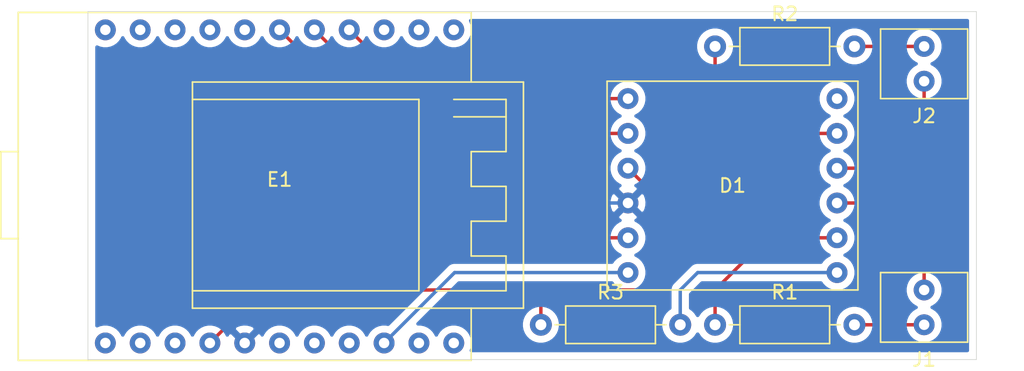
<source format=kicad_pcb>
(kicad_pcb (version 20171130) (host pcbnew 5.1.9-73d0e3b20d~88~ubuntu20.04.1)

  (general
    (thickness 1.6)
    (drawings 4)
    (tracks 34)
    (zones 0)
    (modules 7)
    (nets 31)
  )

  (page USLetter)
  (title_block
    (title "LED Light Controller")
    (date 2020-12-29)
    (rev 1)
    (company "Jonathan Ludwig")
  )

  (layers
    (0 F.Cu signal)
    (31 B.Cu signal)
    (32 B.Adhes user)
    (33 F.Adhes user)
    (34 B.Paste user)
    (35 F.Paste user)
    (36 B.SilkS user)
    (37 F.SilkS user)
    (38 B.Mask user)
    (39 F.Mask user)
    (40 Dwgs.User user)
    (41 Cmts.User user)
    (42 Eco1.User user)
    (43 Eco2.User user)
    (44 Edge.Cuts user)
    (45 Margin user)
    (46 B.CrtYd user)
    (47 F.CrtYd user)
    (48 B.Fab user)
    (49 F.Fab user)
  )

  (setup
    (last_trace_width 0.25)
    (trace_clearance 0.2)
    (zone_clearance 0.508)
    (zone_45_only no)
    (trace_min 0.2)
    (via_size 0.8)
    (via_drill 0.4)
    (via_min_size 0.4)
    (via_min_drill 0.3)
    (uvia_size 0.3)
    (uvia_drill 0.1)
    (uvias_allowed no)
    (uvia_min_size 0.2)
    (uvia_min_drill 0.1)
    (edge_width 0.05)
    (segment_width 0.2)
    (pcb_text_width 0.3)
    (pcb_text_size 1.5 1.5)
    (mod_edge_width 0.12)
    (mod_text_size 1 1)
    (mod_text_width 0.15)
    (pad_size 1.524 1.524)
    (pad_drill 0.762)
    (pad_to_mask_clearance 0)
    (aux_axis_origin 0 0)
    (visible_elements FFFFFF7F)
    (pcbplotparams
      (layerselection 0x010fc_ffffffff)
      (usegerberextensions false)
      (usegerberattributes true)
      (usegerberadvancedattributes true)
      (creategerberjobfile true)
      (excludeedgelayer true)
      (linewidth 0.100000)
      (plotframeref false)
      (viasonmask false)
      (mode 1)
      (useauxorigin false)
      (hpglpennumber 1)
      (hpglpenspeed 20)
      (hpglpendiameter 15.000000)
      (psnegative false)
      (psa4output false)
      (plotreference true)
      (plotvalue true)
      (plotinvisibletext false)
      (padsonsilk false)
      (subtractmaskfromsilk false)
      (outputformat 1)
      (mirror false)
      (drillshape 0)
      (scaleselection 1)
      (outputdirectory "led_light_controller_board/"))
  )

  (net 0 "")
  (net 1 "Net-(D1-Pad1)")
  (net 2 "Net-(D1-Pad2)")
  (net 3 "Net-(D1-Pad3)")
  (net 4 "Net-(D1-Pad4)")
  (net 5 "Net-(D1-Pad5)")
  (net 6 "Net-(D1-Pad6)")
  (net 7 "Net-(D1-Pad7)")
  (net 8 "Net-(D1-Pad8)")
  (net 9 "Net-(D1-Pad9)")
  (net 10 "Net-(D1-Pad10)")
  (net 11 "Net-(D1-Pad11)")
  (net 12 "Net-(D1-Pad12)")
  (net 13 "Net-(E1-Pad1)")
  (net 14 "Net-(E1-Pad2)")
  (net 15 "Net-(E1-Pad4)")
  (net 16 "Net-(E1-Pad5)")
  (net 17 "Net-(E1-Pad6)")
  (net 18 "Net-(E1-Pad9)")
  (net 19 "Net-(E1-Pad10)")
  (net 20 "Net-(E1-Pad11)")
  (net 21 "Net-(E1-Pad12)")
  (net 22 "Net-(E1-Pad13)")
  (net 23 "Net-(E1-Pad14)")
  (net 24 "Net-(E1-Pad18)")
  (net 25 "Net-(E1-Pad19)")
  (net 26 "Net-(E1-Pad20)")
  (net 27 "Net-(E1-Pad21)")
  (net 28 "Net-(E1-Pad22)")
  (net 29 "Net-(J1-Pad1)")
  (net 30 "Net-(J2-Pad2)")

  (net_class Default "This is the default net class."
    (clearance 0.2)
    (trace_width 0.25)
    (via_dia 0.8)
    (via_drill 0.4)
    (uvia_dia 0.3)
    (uvia_drill 0.1)
    (add_net "Net-(D1-Pad1)")
    (add_net "Net-(D1-Pad10)")
    (add_net "Net-(D1-Pad11)")
    (add_net "Net-(D1-Pad12)")
    (add_net "Net-(D1-Pad2)")
    (add_net "Net-(D1-Pad3)")
    (add_net "Net-(D1-Pad4)")
    (add_net "Net-(D1-Pad5)")
    (add_net "Net-(D1-Pad6)")
    (add_net "Net-(D1-Pad7)")
    (add_net "Net-(D1-Pad8)")
    (add_net "Net-(D1-Pad9)")
    (add_net "Net-(E1-Pad1)")
    (add_net "Net-(E1-Pad10)")
    (add_net "Net-(E1-Pad11)")
    (add_net "Net-(E1-Pad12)")
    (add_net "Net-(E1-Pad13)")
    (add_net "Net-(E1-Pad14)")
    (add_net "Net-(E1-Pad18)")
    (add_net "Net-(E1-Pad19)")
    (add_net "Net-(E1-Pad2)")
    (add_net "Net-(E1-Pad20)")
    (add_net "Net-(E1-Pad21)")
    (add_net "Net-(E1-Pad22)")
    (add_net "Net-(E1-Pad4)")
    (add_net "Net-(E1-Pad5)")
    (add_net "Net-(E1-Pad6)")
    (add_net "Net-(E1-Pad9)")
    (add_net "Net-(J1-Pad1)")
    (add_net "Net-(J2-Pad2)")
  )

  (module led_light_contoller_board:Screw_Terminal_2.54mm (layer F.Cu) (tedit 5FEB9FE7) (tstamp 5FEC09C7)
    (at 186.69 85.09 180)
    (path /5FEBEDE7)
    (fp_text reference J2 (at 0 -3.81) (layer F.SilkS)
      (effects (font (size 1 1) (thickness 0.15)))
    )
    (fp_text value Screw_Terminal_01x02 (at 1.27 3.81) (layer F.Fab)
      (effects (font (size 1 1) (thickness 0.15)))
    )
    (fp_line (start -3.175 -2.54) (end -3.175 2.54) (layer F.SilkS) (width 0.12))
    (fp_line (start 3.175 -2.54) (end -3.175 -2.54) (layer F.SilkS) (width 0.12))
    (fp_line (start 3.175 2.54) (end 3.175 -2.54) (layer F.SilkS) (width 0.12))
    (fp_line (start -3.175 2.54) (end 3.175 2.54) (layer F.SilkS) (width 0.12))
    (pad 2 thru_hole circle (at 0 1.27 180) (size 1.524 1.524) (drill 0.762) (layers *.Cu *.Mask)
      (net 30 "Net-(J2-Pad2)"))
    (pad 1 thru_hole circle (at 0 -1.27 180) (size 1.524 1.524) (drill 0.762) (layers *.Cu *.Mask)
      (net 4 "Net-(D1-Pad4)"))
  )

  (module led_light_contoller_board:Screw_Terminal_2.54mm (layer F.Cu) (tedit 5FEB9FE7) (tstamp 5FEC0845)
    (at 186.69 102.87 180)
    (path /5FEBDB0F)
    (fp_text reference J1 (at 0 -3.81) (layer F.SilkS)
      (effects (font (size 1 1) (thickness 0.15)))
    )
    (fp_text value Screw_Terminal_01x02 (at 1.27 3.81) (layer F.Fab)
      (effects (font (size 1 1) (thickness 0.15)))
    )
    (fp_line (start -3.175 -2.54) (end -3.175 2.54) (layer F.SilkS) (width 0.12))
    (fp_line (start 3.175 -2.54) (end -3.175 -2.54) (layer F.SilkS) (width 0.12))
    (fp_line (start 3.175 2.54) (end 3.175 -2.54) (layer F.SilkS) (width 0.12))
    (fp_line (start -3.175 2.54) (end 3.175 2.54) (layer F.SilkS) (width 0.12))
    (pad 2 thru_hole circle (at 0 1.27 180) (size 1.524 1.524) (drill 0.762) (layers *.Cu *.Mask)
      (net 3 "Net-(D1-Pad3)"))
    (pad 1 thru_hole circle (at 0 -1.27 180) (size 1.524 1.524) (drill 0.762) (layers *.Cu *.Mask)
      (net 29 "Net-(J1-Pad1)"))
  )

  (module led_light_contoller_board:DRV8833_Breakout (layer F.Cu) (tedit 5FEB9F94) (tstamp 5FEC07D3)
    (at 172.72 93.98 180)
    (path /5FEBC79A)
    (fp_text reference D1 (at 0 0) (layer F.SilkS)
      (effects (font (size 1 1) (thickness 0.15)))
    )
    (fp_text value DRV8833_Breakout (at 0 -2.54) (layer F.Fab)
      (effects (font (size 1 1) (thickness 0.15)))
    )
    (fp_line (start 9.144 7.62) (end -9.144 7.62) (layer F.SilkS) (width 0.12))
    (fp_line (start 9.144 -7.62) (end 9.144 7.62) (layer F.SilkS) (width 0.12))
    (fp_line (start -9.144 -7.62) (end 9.144 -7.62) (layer F.SilkS) (width 0.12))
    (fp_line (start -9.144 7.62) (end -9.144 -7.62) (layer F.SilkS) (width 0.12))
    (pad 12 thru_hole circle (at 7.62 6.35 180) (size 1.524 1.524) (drill 0.762) (layers *.Cu *.Mask)
      (net 12 "Net-(D1-Pad12)"))
    (pad 11 thru_hole circle (at 7.62 3.81 180) (size 1.524 1.524) (drill 0.762) (layers *.Cu *.Mask)
      (net 11 "Net-(D1-Pad11)"))
    (pad 10 thru_hole circle (at 7.62 1.27 180) (size 1.524 1.524) (drill 0.762) (layers *.Cu *.Mask)
      (net 10 "Net-(D1-Pad10)"))
    (pad 9 thru_hole circle (at 7.62 -1.27 180) (size 1.524 1.524) (drill 0.762) (layers *.Cu *.Mask)
      (net 9 "Net-(D1-Pad9)"))
    (pad 8 thru_hole circle (at 7.62 -3.81 180) (size 1.524 1.524) (drill 0.762) (layers *.Cu *.Mask)
      (net 8 "Net-(D1-Pad8)"))
    (pad 7 thru_hole circle (at 7.62 -6.35 180) (size 1.524 1.524) (drill 0.762) (layers *.Cu *.Mask)
      (net 7 "Net-(D1-Pad7)"))
    (pad 6 thru_hole circle (at -7.62 6.35 180) (size 1.524 1.524) (drill 0.762) (layers *.Cu *.Mask)
      (net 6 "Net-(D1-Pad6)"))
    (pad 5 thru_hole circle (at -7.62 3.81 180) (size 1.524 1.524) (drill 0.762) (layers *.Cu *.Mask)
      (net 5 "Net-(D1-Pad5)"))
    (pad 4 thru_hole circle (at -7.62 1.27 180) (size 1.524 1.524) (drill 0.762) (layers *.Cu *.Mask)
      (net 4 "Net-(D1-Pad4)"))
    (pad 3 thru_hole circle (at -7.62 -1.27 180) (size 1.524 1.524) (drill 0.762) (layers *.Cu *.Mask)
      (net 3 "Net-(D1-Pad3)"))
    (pad 2 thru_hole circle (at -7.62 -3.81 180) (size 1.524 1.524) (drill 0.762) (layers *.Cu *.Mask)
      (net 2 "Net-(D1-Pad2)"))
    (pad 1 thru_hole circle (at -7.62 -6.35 180) (size 1.524 1.524) (drill 0.762) (layers *.Cu *.Mask)
      (net 1 "Net-(D1-Pad1)"))
  )

  (module "led_light_contoller_board:Electrodragon ESP8266 USB" (layer F.Cu) (tedit 5FEB83EE) (tstamp 5FEBF7E6)
    (at 139.7 94.040001 180)
    (path /5FEBA659)
    (fp_text reference E1 (at 0 0.5) (layer F.SilkS)
      (effects (font (size 1 1) (thickness 0.15)))
    )
    (fp_text value Electrodragon_ESP8266_USB (at 0 -0.5) (layer F.Fab)
      (effects (font (size 1 1) (thickness 0.15)))
    )
    (fp_line (start -13.97 12.7) (end 19.05 12.7) (layer F.SilkS) (width 0.12))
    (fp_line (start 19.05 12.7) (end 19.05 -12.7) (layer F.SilkS) (width 0.12))
    (fp_line (start 19.05 -12.7) (end -13.97 -12.7) (layer F.SilkS) (width 0.12))
    (fp_line (start -17.78 -8.89) (end -17.78 7.62) (layer F.SilkS) (width 0.12))
    (fp_line (start 6.35 7.62) (end 6.35 -8.89) (layer F.SilkS) (width 0.12))
    (fp_line (start 6.35 -8.89) (end -17.78 -8.89) (layer F.SilkS) (width 0.12))
    (fp_line (start -13.97 -12.7) (end -13.97 -8.89) (layer F.SilkS) (width 0.12))
    (fp_line (start -13.97 12.7) (end -13.97 7.62) (layer F.SilkS) (width 0.12))
    (fp_line (start 6.35 7.62) (end -17.78 7.62) (layer F.SilkS) (width 0.12))
    (fp_line (start -10.16 6.35) (end -10.16 -7.62) (layer F.SilkS) (width 0.12))
    (fp_line (start -10.16 -7.62) (end 6.35 -7.62) (layer F.SilkS) (width 0.12))
    (fp_line (start -10.16 6.35) (end 6.35 6.35) (layer F.SilkS) (width 0.12))
    (fp_line (start -11.43 -7.62) (end -16.51 -7.62) (layer F.SilkS) (width 0.12))
    (fp_line (start -16.51 -7.62) (end -16.51 -5.08) (layer F.SilkS) (width 0.12))
    (fp_line (start -16.51 -5.08) (end -13.97 -5.08) (layer F.SilkS) (width 0.12))
    (fp_line (start -13.97 -5.08) (end -13.97 -2.54) (layer F.SilkS) (width 0.12))
    (fp_line (start -13.97 -2.54) (end -16.51 -2.54) (layer F.SilkS) (width 0.12))
    (fp_line (start -16.51 -2.54) (end -16.51 0) (layer F.SilkS) (width 0.12))
    (fp_line (start -16.51 0) (end -13.97 0) (layer F.SilkS) (width 0.12))
    (fp_line (start -13.97 0) (end -13.97 2.54) (layer F.SilkS) (width 0.12))
    (fp_line (start -13.97 2.54) (end -16.51 2.54) (layer F.SilkS) (width 0.12))
    (fp_line (start -16.51 2.54) (end -16.51 6.35) (layer F.SilkS) (width 0.12))
    (fp_line (start -16.51 5.08) (end -12.7 5.08) (layer F.SilkS) (width 0.12))
    (fp_line (start -16.51 6.35) (end -12.7 6.35) (layer F.SilkS) (width 0.12))
    (fp_line (start 19.05 -3.81) (end 20.32 -3.81) (layer F.SilkS) (width 0.12))
    (fp_line (start 20.32 -3.81) (end 20.32 2.54) (layer F.SilkS) (width 0.12))
    (fp_line (start 20.32 2.54) (end 19.05 2.54) (layer F.SilkS) (width 0.12))
    (pad 1 thru_hole circle (at -12.7 -11.43 180) (size 1.524 1.524) (drill 0.762) (layers *.Cu *.Mask)
      (net 13 "Net-(E1-Pad1)"))
    (pad 2 thru_hole circle (at -10.16 -11.43 180) (size 1.524 1.524) (drill 0.762) (layers *.Cu *.Mask)
      (net 14 "Net-(E1-Pad2)"))
    (pad 3 thru_hole circle (at -7.62 -11.43 180) (size 1.524 1.524) (drill 0.762) (layers *.Cu *.Mask)
      (net 7 "Net-(D1-Pad7)"))
    (pad 4 thru_hole circle (at -5.08 -11.43 270) (size 1.524 1.524) (drill 0.762) (layers *.Cu *.Mask)
      (net 15 "Net-(E1-Pad4)"))
    (pad 5 thru_hole circle (at -2.54 -11.43 180) (size 1.524 1.524) (drill 0.762) (layers *.Cu *.Mask)
      (net 16 "Net-(E1-Pad5)"))
    (pad 6 thru_hole circle (at 0 -11.43 180) (size 1.524 1.524) (drill 0.762) (layers *.Cu *.Mask)
      (net 17 "Net-(E1-Pad6)"))
    (pad 7 thru_hole circle (at 2.54 -11.43 180) (size 1.524 1.524) (drill 0.762) (layers *.Cu *.Mask)
      (net 9 "Net-(D1-Pad9)"))
    (pad 8 thru_hole circle (at 5.08 -11.43 180) (size 1.524 1.524) (drill 0.762) (layers *.Cu *.Mask)
      (net 10 "Net-(D1-Pad10)"))
    (pad 9 thru_hole circle (at 7.62 -11.43 180) (size 1.524 1.524) (drill 0.762) (layers *.Cu *.Mask)
      (net 18 "Net-(E1-Pad9)"))
    (pad 10 thru_hole circle (at 10.16 -11.43 180) (size 1.524 1.524) (drill 0.762) (layers *.Cu *.Mask)
      (net 19 "Net-(E1-Pad10)"))
    (pad 11 thru_hole circle (at 12.7 -11.43 180) (size 1.524 1.524) (drill 0.762) (layers *.Cu *.Mask)
      (net 20 "Net-(E1-Pad11)"))
    (pad 12 thru_hole circle (at -12.7 11.43 180) (size 1.524 1.524) (drill 0.762) (layers *.Cu *.Mask)
      (net 21 "Net-(E1-Pad12)"))
    (pad 13 thru_hole circle (at -10.16 11.43 180) (size 1.524 1.524) (drill 0.762) (layers *.Cu *.Mask)
      (net 22 "Net-(E1-Pad13)"))
    (pad 14 thru_hole circle (at -7.62 11.43 180) (size 1.524 1.524) (drill 0.762) (layers *.Cu *.Mask)
      (net 23 "Net-(E1-Pad14)"))
    (pad 15 thru_hole circle (at -5.08 11.43 180) (size 1.524 1.524) (drill 0.762) (layers *.Cu *.Mask)
      (net 12 "Net-(D1-Pad12)"))
    (pad 16 thru_hole circle (at -2.54 11.43 180) (size 1.524 1.524) (drill 0.762) (layers *.Cu *.Mask)
      (net 11 "Net-(D1-Pad11)"))
    (pad 17 thru_hole circle (at 0 11.43 180) (size 1.524 1.524) (drill 0.762) (layers *.Cu *.Mask)
      (net 8 "Net-(D1-Pad8)"))
    (pad 18 thru_hole circle (at 2.54 11.43 180) (size 1.524 1.524) (drill 0.762) (layers *.Cu *.Mask)
      (net 24 "Net-(E1-Pad18)"))
    (pad 19 thru_hole circle (at 5.08 11.43 180) (size 1.524 1.524) (drill 0.762) (layers *.Cu *.Mask)
      (net 25 "Net-(E1-Pad19)"))
    (pad 20 thru_hole circle (at 7.62 11.43 180) (size 1.524 1.524) (drill 0.762) (layers *.Cu *.Mask)
      (net 26 "Net-(E1-Pad20)"))
    (pad 21 thru_hole circle (at 10.16 11.43 180) (size 1.524 1.524) (drill 0.762) (layers *.Cu *.Mask)
      (net 27 "Net-(E1-Pad21)"))
    (pad 22 thru_hole circle (at 12.7 11.43 180) (size 1.524 1.524) (drill 0.762) (layers *.Cu *.Mask)
      (net 28 "Net-(E1-Pad22)"))
  )

  (module Resistor_THT:R_Axial_DIN0207_L6.3mm_D2.5mm_P10.16mm_Horizontal (layer F.Cu) (tedit 5AE5139B) (tstamp 5FEC0DA6)
    (at 171.45 104.14)
    (descr "Resistor, Axial_DIN0207 series, Axial, Horizontal, pin pitch=10.16mm, 0.25W = 1/4W, length*diameter=6.3*2.5mm^2, http://cdn-reichelt.de/documents/datenblatt/B400/1_4W%23YAG.pdf")
    (tags "Resistor Axial_DIN0207 series Axial Horizontal pin pitch 10.16mm 0.25W = 1/4W length 6.3mm diameter 2.5mm")
    (path /5FEC6327)
    (fp_text reference R1 (at 5.08 -2.37) (layer F.SilkS)
      (effects (font (size 1 1) (thickness 0.15)))
    )
    (fp_text value 330 (at 5.08 2.37) (layer F.Fab)
      (effects (font (size 1 1) (thickness 0.15)))
    )
    (fp_line (start 11.21 -1.5) (end -1.05 -1.5) (layer F.CrtYd) (width 0.05))
    (fp_line (start 11.21 1.5) (end 11.21 -1.5) (layer F.CrtYd) (width 0.05))
    (fp_line (start -1.05 1.5) (end 11.21 1.5) (layer F.CrtYd) (width 0.05))
    (fp_line (start -1.05 -1.5) (end -1.05 1.5) (layer F.CrtYd) (width 0.05))
    (fp_line (start 9.12 0) (end 8.35 0) (layer F.SilkS) (width 0.12))
    (fp_line (start 1.04 0) (end 1.81 0) (layer F.SilkS) (width 0.12))
    (fp_line (start 8.35 -1.37) (end 1.81 -1.37) (layer F.SilkS) (width 0.12))
    (fp_line (start 8.35 1.37) (end 8.35 -1.37) (layer F.SilkS) (width 0.12))
    (fp_line (start 1.81 1.37) (end 8.35 1.37) (layer F.SilkS) (width 0.12))
    (fp_line (start 1.81 -1.37) (end 1.81 1.37) (layer F.SilkS) (width 0.12))
    (fp_line (start 10.16 0) (end 8.23 0) (layer F.Fab) (width 0.1))
    (fp_line (start 0 0) (end 1.93 0) (layer F.Fab) (width 0.1))
    (fp_line (start 8.23 -1.25) (end 1.93 -1.25) (layer F.Fab) (width 0.1))
    (fp_line (start 8.23 1.25) (end 8.23 -1.25) (layer F.Fab) (width 0.1))
    (fp_line (start 1.93 1.25) (end 8.23 1.25) (layer F.Fab) (width 0.1))
    (fp_line (start 1.93 -1.25) (end 1.93 1.25) (layer F.Fab) (width 0.1))
    (fp_text user %R (at 5.08 0) (layer F.Fab)
      (effects (font (size 1 1) (thickness 0.15)))
    )
    (pad 1 thru_hole circle (at 0 0) (size 1.6 1.6) (drill 0.8) (layers *.Cu *.Mask)
      (net 2 "Net-(D1-Pad2)"))
    (pad 2 thru_hole oval (at 10.16 0) (size 1.6 1.6) (drill 0.8) (layers *.Cu *.Mask)
      (net 29 "Net-(J1-Pad1)"))
    (model ${KISYS3DMOD}/Resistor_THT.3dshapes/R_Axial_DIN0207_L6.3mm_D2.5mm_P10.16mm_Horizontal.wrl
      (at (xyz 0 0 0))
      (scale (xyz 1 1 1))
      (rotate (xyz 0 0 0))
    )
  )

  (module Resistor_THT:R_Axial_DIN0207_L6.3mm_D2.5mm_P10.16mm_Horizontal (layer F.Cu) (tedit 5AE5139B) (tstamp 5FEC0C40)
    (at 171.45 83.82)
    (descr "Resistor, Axial_DIN0207 series, Axial, Horizontal, pin pitch=10.16mm, 0.25W = 1/4W, length*diameter=6.3*2.5mm^2, http://cdn-reichelt.de/documents/datenblatt/B400/1_4W%23YAG.pdf")
    (tags "Resistor Axial_DIN0207 series Axial Horizontal pin pitch 10.16mm 0.25W = 1/4W length 6.3mm diameter 2.5mm")
    (path /5FEC6F08)
    (fp_text reference R2 (at 5.08 -2.37) (layer F.SilkS)
      (effects (font (size 1 1) (thickness 0.15)))
    )
    (fp_text value 330 (at 5.08 2.37) (layer F.Fab)
      (effects (font (size 1 1) (thickness 0.15)))
    )
    (fp_text user %R (at 5.08 0) (layer F.Fab)
      (effects (font (size 1 1) (thickness 0.15)))
    )
    (fp_line (start 1.93 -1.25) (end 1.93 1.25) (layer F.Fab) (width 0.1))
    (fp_line (start 1.93 1.25) (end 8.23 1.25) (layer F.Fab) (width 0.1))
    (fp_line (start 8.23 1.25) (end 8.23 -1.25) (layer F.Fab) (width 0.1))
    (fp_line (start 8.23 -1.25) (end 1.93 -1.25) (layer F.Fab) (width 0.1))
    (fp_line (start 0 0) (end 1.93 0) (layer F.Fab) (width 0.1))
    (fp_line (start 10.16 0) (end 8.23 0) (layer F.Fab) (width 0.1))
    (fp_line (start 1.81 -1.37) (end 1.81 1.37) (layer F.SilkS) (width 0.12))
    (fp_line (start 1.81 1.37) (end 8.35 1.37) (layer F.SilkS) (width 0.12))
    (fp_line (start 8.35 1.37) (end 8.35 -1.37) (layer F.SilkS) (width 0.12))
    (fp_line (start 8.35 -1.37) (end 1.81 -1.37) (layer F.SilkS) (width 0.12))
    (fp_line (start 1.04 0) (end 1.81 0) (layer F.SilkS) (width 0.12))
    (fp_line (start 9.12 0) (end 8.35 0) (layer F.SilkS) (width 0.12))
    (fp_line (start -1.05 -1.5) (end -1.05 1.5) (layer F.CrtYd) (width 0.05))
    (fp_line (start -1.05 1.5) (end 11.21 1.5) (layer F.CrtYd) (width 0.05))
    (fp_line (start 11.21 1.5) (end 11.21 -1.5) (layer F.CrtYd) (width 0.05))
    (fp_line (start 11.21 -1.5) (end -1.05 -1.5) (layer F.CrtYd) (width 0.05))
    (pad 2 thru_hole oval (at 10.16 0) (size 1.6 1.6) (drill 0.8) (layers *.Cu *.Mask)
      (net 30 "Net-(J2-Pad2)"))
    (pad 1 thru_hole circle (at 0 0) (size 1.6 1.6) (drill 0.8) (layers *.Cu *.Mask)
      (net 5 "Net-(D1-Pad5)"))
    (model ${KISYS3DMOD}/Resistor_THT.3dshapes/R_Axial_DIN0207_L6.3mm_D2.5mm_P10.16mm_Horizontal.wrl
      (at (xyz 0 0 0))
      (scale (xyz 1 1 1))
      (rotate (xyz 0 0 0))
    )
  )

  (module Resistor_THT:R_Axial_DIN0207_L6.3mm_D2.5mm_P10.16mm_Horizontal (layer F.Cu) (tedit 5AE5139B) (tstamp 5FEC0D37)
    (at 158.75 104.14)
    (descr "Resistor, Axial_DIN0207 series, Axial, Horizontal, pin pitch=10.16mm, 0.25W = 1/4W, length*diameter=6.3*2.5mm^2, http://cdn-reichelt.de/documents/datenblatt/B400/1_4W%23YAG.pdf")
    (tags "Resistor Axial_DIN0207 series Axial Horizontal pin pitch 10.16mm 0.25W = 1/4W length 6.3mm diameter 2.5mm")
    (path /5FEC7536)
    (fp_text reference R3 (at 5.08 -2.37) (layer F.SilkS)
      (effects (font (size 1 1) (thickness 0.15)))
    )
    (fp_text value 1K (at 5.08 2.37) (layer F.Fab)
      (effects (font (size 1 1) (thickness 0.15)))
    )
    (fp_line (start 11.21 -1.5) (end -1.05 -1.5) (layer F.CrtYd) (width 0.05))
    (fp_line (start 11.21 1.5) (end 11.21 -1.5) (layer F.CrtYd) (width 0.05))
    (fp_line (start -1.05 1.5) (end 11.21 1.5) (layer F.CrtYd) (width 0.05))
    (fp_line (start -1.05 -1.5) (end -1.05 1.5) (layer F.CrtYd) (width 0.05))
    (fp_line (start 9.12 0) (end 8.35 0) (layer F.SilkS) (width 0.12))
    (fp_line (start 1.04 0) (end 1.81 0) (layer F.SilkS) (width 0.12))
    (fp_line (start 8.35 -1.37) (end 1.81 -1.37) (layer F.SilkS) (width 0.12))
    (fp_line (start 8.35 1.37) (end 8.35 -1.37) (layer F.SilkS) (width 0.12))
    (fp_line (start 1.81 1.37) (end 8.35 1.37) (layer F.SilkS) (width 0.12))
    (fp_line (start 1.81 -1.37) (end 1.81 1.37) (layer F.SilkS) (width 0.12))
    (fp_line (start 10.16 0) (end 8.23 0) (layer F.Fab) (width 0.1))
    (fp_line (start 0 0) (end 1.93 0) (layer F.Fab) (width 0.1))
    (fp_line (start 8.23 -1.25) (end 1.93 -1.25) (layer F.Fab) (width 0.1))
    (fp_line (start 8.23 1.25) (end 8.23 -1.25) (layer F.Fab) (width 0.1))
    (fp_line (start 1.93 1.25) (end 8.23 1.25) (layer F.Fab) (width 0.1))
    (fp_line (start 1.93 -1.25) (end 1.93 1.25) (layer F.Fab) (width 0.1))
    (fp_text user %R (at 5.08 0) (layer F.Fab)
      (effects (font (size 1 1) (thickness 0.15)))
    )
    (pad 1 thru_hole circle (at 0 0) (size 1.6 1.6) (drill 0.8) (layers *.Cu *.Mask)
      (net 10 "Net-(D1-Pad10)"))
    (pad 2 thru_hole oval (at 10.16 0) (size 1.6 1.6) (drill 0.8) (layers *.Cu *.Mask)
      (net 1 "Net-(D1-Pad1)"))
    (model ${KISYS3DMOD}/Resistor_THT.3dshapes/R_Axial_DIN0207_L6.3mm_D2.5mm_P10.16mm_Horizontal.wrl
      (at (xyz 0 0 0))
      (scale (xyz 1 1 1))
      (rotate (xyz 0 0 0))
    )
  )

  (gr_line (start 190.5 106.68) (end 125.73 106.68) (layer Edge.Cuts) (width 0.05) (tstamp 5FEC105E))
  (gr_line (start 190.5 81.28) (end 190.5 106.68) (layer Edge.Cuts) (width 0.05))
  (gr_line (start 125.73 81.28) (end 190.5 81.28) (layer Edge.Cuts) (width 0.05))
  (gr_line (start 125.73 81.28) (end 125.73 106.68) (layer Edge.Cuts) (width 0.05) (tstamp 5FEBFB41))

  (segment (start 168.91 104.14) (end 168.91 101.6) (width 0.25) (layer B.Cu) (net 1))
  (segment (start 170.18 100.33) (end 180.34 100.33) (width 0.25) (layer B.Cu) (net 1))
  (segment (start 168.91 101.6) (end 170.18 100.33) (width 0.25) (layer B.Cu) (net 1))
  (segment (start 171.45 104.14) (end 171.45 101.6) (width 0.25) (layer F.Cu) (net 2))
  (segment (start 171.45 101.6) (end 175.26 97.79) (width 0.25) (layer F.Cu) (net 2))
  (segment (start 175.26 97.79) (end 180.34 97.79) (width 0.25) (layer F.Cu) (net 2))
  (segment (start 180.34 95.25) (end 184.15 95.25) (width 0.25) (layer F.Cu) (net 3))
  (segment (start 184.15 95.25) (end 186.69 97.79) (width 0.25) (layer F.Cu) (net 3))
  (segment (start 186.69 97.79) (end 186.69 101.6) (width 0.25) (layer F.Cu) (net 3))
  (segment (start 186.69 86.36) (end 186.69 90.17) (width 0.25) (layer F.Cu) (net 4))
  (segment (start 186.69 90.17) (end 184.15 92.71) (width 0.25) (layer F.Cu) (net 4))
  (segment (start 184.15 92.71) (end 180.34 92.71) (width 0.25) (layer F.Cu) (net 4))
  (segment (start 171.45 83.82) (end 171.45 86.36) (width 0.25) (layer F.Cu) (net 5))
  (segment (start 171.45 86.36) (end 175.26 90.17) (width 0.25) (layer F.Cu) (net 5))
  (segment (start 175.26 90.17) (end 180.34 90.17) (width 0.25) (layer F.Cu) (net 5))
  (segment (start 152.460001 100.33) (end 147.32 105.470001) (width 0.25) (layer B.Cu) (net 7))
  (segment (start 165.1 100.33) (end 152.460001 100.33) (width 0.25) (layer B.Cu) (net 7))
  (segment (start 154.879999 97.79) (end 139.7 82.610001) (width 0.25) (layer F.Cu) (net 8))
  (segment (start 165.1 97.79) (end 154.879999 97.79) (width 0.25) (layer F.Cu) (net 8))
  (segment (start 147.380001 95.25) (end 137.16 105.470001) (width 0.25) (layer B.Cu) (net 9))
  (segment (start 165.1 95.25) (end 147.380001 95.25) (width 0.25) (layer B.Cu) (net 9))
  (segment (start 158.75 104.14) (end 158.75 101.6) (width 0.25) (layer F.Cu) (net 10))
  (segment (start 138.490001 101.6) (end 134.62 105.470001) (width 0.25) (layer F.Cu) (net 10))
  (segment (start 158.75 101.6) (end 138.490001 101.6) (width 0.25) (layer F.Cu) (net 10))
  (segment (start 167.64 95.25) (end 165.1 92.71) (width 0.25) (layer F.Cu) (net 10))
  (segment (start 167.64 100.33) (end 167.64 95.25) (width 0.25) (layer F.Cu) (net 10))
  (segment (start 166.37 101.6) (end 167.64 100.33) (width 0.25) (layer F.Cu) (net 10))
  (segment (start 158.75 101.6) (end 166.37 101.6) (width 0.25) (layer F.Cu) (net 10))
  (segment (start 149.799999 90.17) (end 142.24 82.610001) (width 0.25) (layer F.Cu) (net 11))
  (segment (start 165.1 90.17) (end 149.799999 90.17) (width 0.25) (layer F.Cu) (net 11))
  (segment (start 149.799999 87.63) (end 144.78 82.610001) (width 0.25) (layer F.Cu) (net 12))
  (segment (start 165.1 87.63) (end 149.799999 87.63) (width 0.25) (layer F.Cu) (net 12))
  (segment (start 186.69 104.14) (end 181.61 104.14) (width 0.25) (layer F.Cu) (net 29))
  (segment (start 181.61 83.82) (end 186.69 83.82) (width 0.25) (layer F.Cu) (net 30))

  (zone (net 9) (net_name "Net-(D1-Pad9)") (layer B.Cu) (tstamp 5FEC134D) (hatch edge 0.508)
    (connect_pads (clearance 0.508))
    (min_thickness 0.254)
    (fill yes (arc_segments 32) (thermal_gap 0.508) (thermal_bridge_width 0.508))
    (polygon
      (pts
        (xy 190.5 106.68) (xy 125.73 106.68) (xy 125.73 81.28) (xy 190.5 81.28)
      )
    )
    (filled_polygon
      (pts
        (xy 189.840001 106.02) (xy 153.684285 106.02) (xy 153.743314 105.877491) (xy 153.797 105.607593) (xy 153.797 105.332409)
        (xy 153.743314 105.062511) (xy 153.638005 104.808274) (xy 153.48512 104.579466) (xy 153.290535 104.384881) (xy 153.061727 104.231996)
        (xy 152.80749 104.126687) (xy 152.537592 104.073001) (xy 152.262408 104.073001) (xy 151.99251 104.126687) (xy 151.738273 104.231996)
        (xy 151.509465 104.384881) (xy 151.31488 104.579466) (xy 151.161995 104.808274) (xy 151.13 104.885516) (xy 151.098005 104.808274)
        (xy 150.94512 104.579466) (xy 150.750535 104.384881) (xy 150.521727 104.231996) (xy 150.26749 104.126687) (xy 149.997592 104.073001)
        (xy 149.791801 104.073001) (xy 149.866137 103.998665) (xy 157.315 103.998665) (xy 157.315 104.281335) (xy 157.370147 104.558574)
        (xy 157.47832 104.819727) (xy 157.635363 105.054759) (xy 157.835241 105.254637) (xy 158.070273 105.41168) (xy 158.331426 105.519853)
        (xy 158.608665 105.575) (xy 158.891335 105.575) (xy 159.168574 105.519853) (xy 159.429727 105.41168) (xy 159.664759 105.254637)
        (xy 159.864637 105.054759) (xy 160.02168 104.819727) (xy 160.129853 104.558574) (xy 160.185 104.281335) (xy 160.185 103.998665)
        (xy 167.475 103.998665) (xy 167.475 104.281335) (xy 167.530147 104.558574) (xy 167.63832 104.819727) (xy 167.795363 105.054759)
        (xy 167.995241 105.254637) (xy 168.230273 105.41168) (xy 168.491426 105.519853) (xy 168.768665 105.575) (xy 169.051335 105.575)
        (xy 169.328574 105.519853) (xy 169.589727 105.41168) (xy 169.824759 105.254637) (xy 170.024637 105.054759) (xy 170.18 104.822241)
        (xy 170.335363 105.054759) (xy 170.535241 105.254637) (xy 170.770273 105.41168) (xy 171.031426 105.519853) (xy 171.308665 105.575)
        (xy 171.591335 105.575) (xy 171.868574 105.519853) (xy 172.129727 105.41168) (xy 172.364759 105.254637) (xy 172.564637 105.054759)
        (xy 172.72168 104.819727) (xy 172.829853 104.558574) (xy 172.885 104.281335) (xy 172.885 103.998665) (xy 180.175 103.998665)
        (xy 180.175 104.281335) (xy 180.230147 104.558574) (xy 180.33832 104.819727) (xy 180.495363 105.054759) (xy 180.695241 105.254637)
        (xy 180.930273 105.41168) (xy 181.191426 105.519853) (xy 181.468665 105.575) (xy 181.751335 105.575) (xy 182.028574 105.519853)
        (xy 182.289727 105.41168) (xy 182.524759 105.254637) (xy 182.724637 105.054759) (xy 182.88168 104.819727) (xy 182.989853 104.558574)
        (xy 183.045 104.281335) (xy 183.045 103.998665) (xy 182.989853 103.721426) (xy 182.88168 103.460273) (xy 182.724637 103.225241)
        (xy 182.524759 103.025363) (xy 182.289727 102.86832) (xy 182.028574 102.760147) (xy 181.751335 102.705) (xy 181.468665 102.705)
        (xy 181.191426 102.760147) (xy 180.930273 102.86832) (xy 180.695241 103.025363) (xy 180.495363 103.225241) (xy 180.33832 103.460273)
        (xy 180.230147 103.721426) (xy 180.175 103.998665) (xy 172.885 103.998665) (xy 172.829853 103.721426) (xy 172.72168 103.460273)
        (xy 172.564637 103.225241) (xy 172.364759 103.025363) (xy 172.129727 102.86832) (xy 171.868574 102.760147) (xy 171.591335 102.705)
        (xy 171.308665 102.705) (xy 171.031426 102.760147) (xy 170.770273 102.86832) (xy 170.535241 103.025363) (xy 170.335363 103.225241)
        (xy 170.18 103.457759) (xy 170.024637 103.225241) (xy 169.824759 103.025363) (xy 169.67 102.921957) (xy 169.67 101.914801)
        (xy 170.494802 101.09) (xy 179.167659 101.09) (xy 179.25488 101.220535) (xy 179.449465 101.41512) (xy 179.678273 101.568005)
        (xy 179.93251 101.673314) (xy 180.202408 101.727) (xy 180.477592 101.727) (xy 180.74749 101.673314) (xy 181.001727 101.568005)
        (xy 181.159763 101.462408) (xy 185.293 101.462408) (xy 185.293 101.737592) (xy 185.346686 102.00749) (xy 185.451995 102.261727)
        (xy 185.60488 102.490535) (xy 185.799465 102.68512) (xy 186.028273 102.838005) (xy 186.105515 102.87) (xy 186.028273 102.901995)
        (xy 185.799465 103.05488) (xy 185.60488 103.249465) (xy 185.451995 103.478273) (xy 185.346686 103.73251) (xy 185.293 104.002408)
        (xy 185.293 104.277592) (xy 185.346686 104.54749) (xy 185.451995 104.801727) (xy 185.60488 105.030535) (xy 185.799465 105.22512)
        (xy 186.028273 105.378005) (xy 186.28251 105.483314) (xy 186.552408 105.537) (xy 186.827592 105.537) (xy 187.09749 105.483314)
        (xy 187.351727 105.378005) (xy 187.580535 105.22512) (xy 187.77512 105.030535) (xy 187.928005 104.801727) (xy 188.033314 104.54749)
        (xy 188.087 104.277592) (xy 188.087 104.002408) (xy 188.033314 103.73251) (xy 187.928005 103.478273) (xy 187.77512 103.249465)
        (xy 187.580535 103.05488) (xy 187.351727 102.901995) (xy 187.274485 102.87) (xy 187.351727 102.838005) (xy 187.580535 102.68512)
        (xy 187.77512 102.490535) (xy 187.928005 102.261727) (xy 188.033314 102.00749) (xy 188.087 101.737592) (xy 188.087 101.462408)
        (xy 188.033314 101.19251) (xy 187.928005 100.938273) (xy 187.77512 100.709465) (xy 187.580535 100.51488) (xy 187.351727 100.361995)
        (xy 187.09749 100.256686) (xy 186.827592 100.203) (xy 186.552408 100.203) (xy 186.28251 100.256686) (xy 186.028273 100.361995)
        (xy 185.799465 100.51488) (xy 185.60488 100.709465) (xy 185.451995 100.938273) (xy 185.346686 101.19251) (xy 185.293 101.462408)
        (xy 181.159763 101.462408) (xy 181.230535 101.41512) (xy 181.42512 101.220535) (xy 181.578005 100.991727) (xy 181.683314 100.73749)
        (xy 181.737 100.467592) (xy 181.737 100.192408) (xy 181.683314 99.92251) (xy 181.578005 99.668273) (xy 181.42512 99.439465)
        (xy 181.230535 99.24488) (xy 181.001727 99.091995) (xy 180.924485 99.06) (xy 181.001727 99.028005) (xy 181.230535 98.87512)
        (xy 181.42512 98.680535) (xy 181.578005 98.451727) (xy 181.683314 98.19749) (xy 181.737 97.927592) (xy 181.737 97.652408)
        (xy 181.683314 97.38251) (xy 181.578005 97.128273) (xy 181.42512 96.899465) (xy 181.230535 96.70488) (xy 181.001727 96.551995)
        (xy 180.924485 96.52) (xy 181.001727 96.488005) (xy 181.230535 96.33512) (xy 181.42512 96.140535) (xy 181.578005 95.911727)
        (xy 181.683314 95.65749) (xy 181.737 95.387592) (xy 181.737 95.112408) (xy 181.683314 94.84251) (xy 181.578005 94.588273)
        (xy 181.42512 94.359465) (xy 181.230535 94.16488) (xy 181.001727 94.011995) (xy 180.924485 93.98) (xy 181.001727 93.948005)
        (xy 181.230535 93.79512) (xy 181.42512 93.600535) (xy 181.578005 93.371727) (xy 181.683314 93.11749) (xy 181.737 92.847592)
        (xy 181.737 92.572408) (xy 181.683314 92.30251) (xy 181.578005 92.048273) (xy 181.42512 91.819465) (xy 181.230535 91.62488)
        (xy 181.001727 91.471995) (xy 180.924485 91.44) (xy 181.001727 91.408005) (xy 181.230535 91.25512) (xy 181.42512 91.060535)
        (xy 181.578005 90.831727) (xy 181.683314 90.57749) (xy 181.737 90.307592) (xy 181.737 90.032408) (xy 181.683314 89.76251)
        (xy 181.578005 89.508273) (xy 181.42512 89.279465) (xy 181.230535 89.08488) (xy 181.001727 88.931995) (xy 180.924485 88.9)
        (xy 181.001727 88.868005) (xy 181.230535 88.71512) (xy 181.42512 88.520535) (xy 181.578005 88.291727) (xy 181.683314 88.03749)
        (xy 181.737 87.767592) (xy 181.737 87.492408) (xy 181.683314 87.22251) (xy 181.578005 86.968273) (xy 181.42512 86.739465)
        (xy 181.230535 86.54488) (xy 181.001727 86.391995) (xy 180.74749 86.286686) (xy 180.477592 86.233) (xy 180.202408 86.233)
        (xy 179.93251 86.286686) (xy 179.678273 86.391995) (xy 179.449465 86.54488) (xy 179.25488 86.739465) (xy 179.101995 86.968273)
        (xy 178.996686 87.22251) (xy 178.943 87.492408) (xy 178.943 87.767592) (xy 178.996686 88.03749) (xy 179.101995 88.291727)
        (xy 179.25488 88.520535) (xy 179.449465 88.71512) (xy 179.678273 88.868005) (xy 179.755515 88.9) (xy 179.678273 88.931995)
        (xy 179.449465 89.08488) (xy 179.25488 89.279465) (xy 179.101995 89.508273) (xy 178.996686 89.76251) (xy 178.943 90.032408)
        (xy 178.943 90.307592) (xy 178.996686 90.57749) (xy 179.101995 90.831727) (xy 179.25488 91.060535) (xy 179.449465 91.25512)
        (xy 179.678273 91.408005) (xy 179.755515 91.44) (xy 179.678273 91.471995) (xy 179.449465 91.62488) (xy 179.25488 91.819465)
        (xy 179.101995 92.048273) (xy 178.996686 92.30251) (xy 178.943 92.572408) (xy 178.943 92.847592) (xy 178.996686 93.11749)
        (xy 179.101995 93.371727) (xy 179.25488 93.600535) (xy 179.449465 93.79512) (xy 179.678273 93.948005) (xy 179.755515 93.98)
        (xy 179.678273 94.011995) (xy 179.449465 94.16488) (xy 179.25488 94.359465) (xy 179.101995 94.588273) (xy 178.996686 94.84251)
        (xy 178.943 95.112408) (xy 178.943 95.387592) (xy 178.996686 95.65749) (xy 179.101995 95.911727) (xy 179.25488 96.140535)
        (xy 179.449465 96.33512) (xy 179.678273 96.488005) (xy 179.755515 96.52) (xy 179.678273 96.551995) (xy 179.449465 96.70488)
        (xy 179.25488 96.899465) (xy 179.101995 97.128273) (xy 178.996686 97.38251) (xy 178.943 97.652408) (xy 178.943 97.927592)
        (xy 178.996686 98.19749) (xy 179.101995 98.451727) (xy 179.25488 98.680535) (xy 179.449465 98.87512) (xy 179.678273 99.028005)
        (xy 179.755515 99.06) (xy 179.678273 99.091995) (xy 179.449465 99.24488) (xy 179.25488 99.439465) (xy 179.167659 99.57)
        (xy 170.217322 99.57) (xy 170.179999 99.566324) (xy 170.142676 99.57) (xy 170.142667 99.57) (xy 170.031014 99.580997)
        (xy 169.887753 99.624454) (xy 169.755724 99.695026) (xy 169.639999 99.789999) (xy 169.616201 99.818997) (xy 168.398998 101.036201)
        (xy 168.37 101.059999) (xy 168.346202 101.088997) (xy 168.346201 101.088998) (xy 168.275026 101.175724) (xy 168.204454 101.307754)
        (xy 168.160998 101.451015) (xy 168.146324 101.6) (xy 168.150001 101.637332) (xy 168.15 102.921956) (xy 167.995241 103.025363)
        (xy 167.795363 103.225241) (xy 167.63832 103.460273) (xy 167.530147 103.721426) (xy 167.475 103.998665) (xy 160.185 103.998665)
        (xy 160.129853 103.721426) (xy 160.02168 103.460273) (xy 159.864637 103.225241) (xy 159.664759 103.025363) (xy 159.429727 102.86832)
        (xy 159.168574 102.760147) (xy 158.891335 102.705) (xy 158.608665 102.705) (xy 158.331426 102.760147) (xy 158.070273 102.86832)
        (xy 157.835241 103.025363) (xy 157.635363 103.225241) (xy 157.47832 103.460273) (xy 157.370147 103.721426) (xy 157.315 103.998665)
        (xy 149.866137 103.998665) (xy 152.774803 101.09) (xy 163.927659 101.09) (xy 164.01488 101.220535) (xy 164.209465 101.41512)
        (xy 164.438273 101.568005) (xy 164.69251 101.673314) (xy 164.962408 101.727) (xy 165.237592 101.727) (xy 165.50749 101.673314)
        (xy 165.761727 101.568005) (xy 165.990535 101.41512) (xy 166.18512 101.220535) (xy 166.338005 100.991727) (xy 166.443314 100.73749)
        (xy 166.497 100.467592) (xy 166.497 100.192408) (xy 166.443314 99.92251) (xy 166.338005 99.668273) (xy 166.18512 99.439465)
        (xy 165.990535 99.24488) (xy 165.761727 99.091995) (xy 165.684485 99.06) (xy 165.761727 99.028005) (xy 165.990535 98.87512)
        (xy 166.18512 98.680535) (xy 166.338005 98.451727) (xy 166.443314 98.19749) (xy 166.497 97.927592) (xy 166.497 97.652408)
        (xy 166.443314 97.38251) (xy 166.338005 97.128273) (xy 166.18512 96.899465) (xy 165.990535 96.70488) (xy 165.761727 96.551995)
        (xy 165.690057 96.522308) (xy 165.703023 96.517636) (xy 165.81898 96.455656) (xy 165.88596 96.215565) (xy 165.1 95.429605)
        (xy 164.31404 96.215565) (xy 164.38102 96.455656) (xy 164.51676 96.519485) (xy 164.438273 96.551995) (xy 164.209465 96.70488)
        (xy 164.01488 96.899465) (xy 163.861995 97.128273) (xy 163.756686 97.38251) (xy 163.703 97.652408) (xy 163.703 97.927592)
        (xy 163.756686 98.19749) (xy 163.861995 98.451727) (xy 164.01488 98.680535) (xy 164.209465 98.87512) (xy 164.438273 99.028005)
        (xy 164.515515 99.06) (xy 164.438273 99.091995) (xy 164.209465 99.24488) (xy 164.01488 99.439465) (xy 163.927659 99.57)
        (xy 152.497323 99.57) (xy 152.46 99.566324) (xy 152.422677 99.57) (xy 152.422668 99.57) (xy 152.311015 99.580997)
        (xy 152.167754 99.624454) (xy 152.035724 99.695026) (xy 151.952084 99.763668) (xy 151.92 99.789999) (xy 151.896202 99.818997)
        (xy 147.611571 104.103629) (xy 147.457592 104.073001) (xy 147.182408 104.073001) (xy 146.91251 104.126687) (xy 146.658273 104.231996)
        (xy 146.429465 104.384881) (xy 146.23488 104.579466) (xy 146.081995 104.808274) (xy 146.05 104.885516) (xy 146.018005 104.808274)
        (xy 145.86512 104.579466) (xy 145.670535 104.384881) (xy 145.441727 104.231996) (xy 145.18749 104.126687) (xy 144.917592 104.073001)
        (xy 144.642408 104.073001) (xy 144.37251 104.126687) (xy 144.118273 104.231996) (xy 143.889465 104.384881) (xy 143.69488 104.579466)
        (xy 143.541995 104.808274) (xy 143.51 104.885516) (xy 143.478005 104.808274) (xy 143.32512 104.579466) (xy 143.130535 104.384881)
        (xy 142.901727 104.231996) (xy 142.64749 104.126687) (xy 142.377592 104.073001) (xy 142.102408 104.073001) (xy 141.83251 104.126687)
        (xy 141.578273 104.231996) (xy 141.349465 104.384881) (xy 141.15488 104.579466) (xy 141.001995 104.808274) (xy 140.97 104.885516)
        (xy 140.938005 104.808274) (xy 140.78512 104.579466) (xy 140.590535 104.384881) (xy 140.361727 104.231996) (xy 140.10749 104.126687)
        (xy 139.837592 104.073001) (xy 139.562408 104.073001) (xy 139.29251 104.126687) (xy 139.038273 104.231996) (xy 138.809465 104.384881)
        (xy 138.61488 104.579466) (xy 138.461995 104.808274) (xy 138.432308 104.879944) (xy 138.427636 104.866978) (xy 138.365656 104.751021)
        (xy 138.125565 104.684041) (xy 137.339605 105.470001) (xy 137.353748 105.484144) (xy 137.174143 105.663749) (xy 137.16 105.649606)
        (xy 137.145858 105.663749) (xy 136.966253 105.484144) (xy 136.980395 105.470001) (xy 136.194435 104.684041) (xy 135.954344 104.751021)
        (xy 135.890515 104.886761) (xy 135.858005 104.808274) (xy 135.70512 104.579466) (xy 135.63009 104.504436) (xy 136.37404 104.504436)
        (xy 137.16 105.290396) (xy 137.94596 104.504436) (xy 137.87898 104.264345) (xy 137.629952 104.147245) (xy 137.362865 104.080978)
        (xy 137.087983 104.068091) (xy 136.815867 104.109079) (xy 136.556977 104.202365) (xy 136.44102 104.264345) (xy 136.37404 104.504436)
        (xy 135.63009 104.504436) (xy 135.510535 104.384881) (xy 135.281727 104.231996) (xy 135.02749 104.126687) (xy 134.757592 104.073001)
        (xy 134.482408 104.073001) (xy 134.21251 104.126687) (xy 133.958273 104.231996) (xy 133.729465 104.384881) (xy 133.53488 104.579466)
        (xy 133.381995 104.808274) (xy 133.35 104.885516) (xy 133.318005 104.808274) (xy 133.16512 104.579466) (xy 132.970535 104.384881)
        (xy 132.741727 104.231996) (xy 132.48749 104.126687) (xy 132.217592 104.073001) (xy 131.942408 104.073001) (xy 131.67251 104.126687)
        (xy 131.418273 104.231996) (xy 131.189465 104.384881) (xy 130.99488 104.579466) (xy 130.841995 104.808274) (xy 130.81 104.885516)
        (xy 130.778005 104.808274) (xy 130.62512 104.579466) (xy 130.430535 104.384881) (xy 130.201727 104.231996) (xy 129.94749 104.126687)
        (xy 129.677592 104.073001) (xy 129.402408 104.073001) (xy 129.13251 104.126687) (xy 128.878273 104.231996) (xy 128.649465 104.384881)
        (xy 128.45488 104.579466) (xy 128.301995 104.808274) (xy 128.27 104.885516) (xy 128.238005 104.808274) (xy 128.08512 104.579466)
        (xy 127.890535 104.384881) (xy 127.661727 104.231996) (xy 127.40749 104.126687) (xy 127.137592 104.073001) (xy 126.862408 104.073001)
        (xy 126.59251 104.126687) (xy 126.39 104.21057) (xy 126.39 95.322017) (xy 163.69809 95.322017) (xy 163.739078 95.594133)
        (xy 163.832364 95.853023) (xy 163.894344 95.96898) (xy 164.134435 96.03596) (xy 164.920395 95.25) (xy 165.279605 95.25)
        (xy 166.065565 96.03596) (xy 166.305656 95.96898) (xy 166.422756 95.719952) (xy 166.489023 95.452865) (xy 166.50191 95.177983)
        (xy 166.460922 94.905867) (xy 166.367636 94.646977) (xy 166.305656 94.53102) (xy 166.065565 94.46404) (xy 165.279605 95.25)
        (xy 164.920395 95.25) (xy 164.134435 94.46404) (xy 163.894344 94.53102) (xy 163.777244 94.780048) (xy 163.710977 95.047135)
        (xy 163.69809 95.322017) (xy 126.39 95.322017) (xy 126.39 87.492408) (xy 163.703 87.492408) (xy 163.703 87.767592)
        (xy 163.756686 88.03749) (xy 163.861995 88.291727) (xy 164.01488 88.520535) (xy 164.209465 88.71512) (xy 164.438273 88.868005)
        (xy 164.515515 88.9) (xy 164.438273 88.931995) (xy 164.209465 89.08488) (xy 164.01488 89.279465) (xy 163.861995 89.508273)
        (xy 163.756686 89.76251) (xy 163.703 90.032408) (xy 163.703 90.307592) (xy 163.756686 90.57749) (xy 163.861995 90.831727)
        (xy 164.01488 91.060535) (xy 164.209465 91.25512) (xy 164.438273 91.408005) (xy 164.515515 91.44) (xy 164.438273 91.471995)
        (xy 164.209465 91.62488) (xy 164.01488 91.819465) (xy 163.861995 92.048273) (xy 163.756686 92.30251) (xy 163.703 92.572408)
        (xy 163.703 92.847592) (xy 163.756686 93.11749) (xy 163.861995 93.371727) (xy 164.01488 93.600535) (xy 164.209465 93.79512)
        (xy 164.438273 93.948005) (xy 164.509943 93.977692) (xy 164.496977 93.982364) (xy 164.38102 94.044344) (xy 164.31404 94.284435)
        (xy 165.1 95.070395) (xy 165.88596 94.284435) (xy 165.81898 94.044344) (xy 165.68324 93.980515) (xy 165.761727 93.948005)
        (xy 165.990535 93.79512) (xy 166.18512 93.600535) (xy 166.338005 93.371727) (xy 166.443314 93.11749) (xy 166.497 92.847592)
        (xy 166.497 92.572408) (xy 166.443314 92.30251) (xy 166.338005 92.048273) (xy 166.18512 91.819465) (xy 165.990535 91.62488)
        (xy 165.761727 91.471995) (xy 165.684485 91.44) (xy 165.761727 91.408005) (xy 165.990535 91.25512) (xy 166.18512 91.060535)
        (xy 166.338005 90.831727) (xy 166.443314 90.57749) (xy 166.497 90.307592) (xy 166.497 90.032408) (xy 166.443314 89.76251)
        (xy 166.338005 89.508273) (xy 166.18512 89.279465) (xy 165.990535 89.08488) (xy 165.761727 88.931995) (xy 165.684485 88.9)
        (xy 165.761727 88.868005) (xy 165.990535 88.71512) (xy 166.18512 88.520535) (xy 166.338005 88.291727) (xy 166.443314 88.03749)
        (xy 166.497 87.767592) (xy 166.497 87.492408) (xy 166.443314 87.22251) (xy 166.338005 86.968273) (xy 166.18512 86.739465)
        (xy 165.990535 86.54488) (xy 165.761727 86.391995) (xy 165.50749 86.286686) (xy 165.237592 86.233) (xy 164.962408 86.233)
        (xy 164.69251 86.286686) (xy 164.438273 86.391995) (xy 164.209465 86.54488) (xy 164.01488 86.739465) (xy 163.861995 86.968273)
        (xy 163.756686 87.22251) (xy 163.703 87.492408) (xy 126.39 87.492408) (xy 126.39 83.869432) (xy 126.59251 83.953315)
        (xy 126.862408 84.007001) (xy 127.137592 84.007001) (xy 127.40749 83.953315) (xy 127.661727 83.848006) (xy 127.890535 83.695121)
        (xy 128.08512 83.500536) (xy 128.238005 83.271728) (xy 128.27 83.194486) (xy 128.301995 83.271728) (xy 128.45488 83.500536)
        (xy 128.649465 83.695121) (xy 128.878273 83.848006) (xy 129.13251 83.953315) (xy 129.402408 84.007001) (xy 129.677592 84.007001)
        (xy 129.94749 83.953315) (xy 130.201727 83.848006) (xy 130.430535 83.695121) (xy 130.62512 83.500536) (xy 130.778005 83.271728)
        (xy 130.81 83.194486) (xy 130.841995 83.271728) (xy 130.99488 83.500536) (xy 131.189465 83.695121) (xy 131.418273 83.848006)
        (xy 131.67251 83.953315) (xy 131.942408 84.007001) (xy 132.217592 84.007001) (xy 132.48749 83.953315) (xy 132.741727 83.848006)
        (xy 132.970535 83.695121) (xy 133.16512 83.500536) (xy 133.318005 83.271728) (xy 133.35 83.194486) (xy 133.381995 83.271728)
        (xy 133.53488 83.500536) (xy 133.729465 83.695121) (xy 133.958273 83.848006) (xy 134.21251 83.953315) (xy 134.482408 84.007001)
        (xy 134.757592 84.007001) (xy 135.02749 83.953315) (xy 135.281727 83.848006) (xy 135.510535 83.695121) (xy 135.70512 83.500536)
        (xy 135.858005 83.271728) (xy 135.89 83.194486) (xy 135.921995 83.271728) (xy 136.07488 83.500536) (xy 136.269465 83.695121)
        (xy 136.498273 83.848006) (xy 136.75251 83.953315) (xy 137.022408 84.007001) (xy 137.297592 84.007001) (xy 137.56749 83.953315)
        (xy 137.821727 83.848006) (xy 138.050535 83.695121) (xy 138.24512 83.500536) (xy 138.398005 83.271728) (xy 138.43 83.194486)
        (xy 138.461995 83.271728) (xy 138.61488 83.500536) (xy 138.809465 83.695121) (xy 139.038273 83.848006) (xy 139.29251 83.953315)
        (xy 139.562408 84.007001) (xy 139.837592 84.007001) (xy 140.10749 83.953315) (xy 140.361727 83.848006) (xy 140.590535 83.695121)
        (xy 140.78512 83.500536) (xy 140.938005 83.271728) (xy 140.97 83.194486) (xy 141.001995 83.271728) (xy 141.15488 83.500536)
        (xy 141.349465 83.695121) (xy 141.578273 83.848006) (xy 141.83251 83.953315) (xy 142.102408 84.007001) (xy 142.377592 84.007001)
        (xy 142.64749 83.953315) (xy 142.901727 83.848006) (xy 143.130535 83.695121) (xy 143.32512 83.500536) (xy 143.478005 83.271728)
        (xy 143.51 83.194486) (xy 143.541995 83.271728) (xy 143.69488 83.500536) (xy 143.889465 83.695121) (xy 144.118273 83.848006)
        (xy 144.37251 83.953315) (xy 144.642408 84.007001) (xy 144.917592 84.007001) (xy 145.18749 83.953315) (xy 145.441727 83.848006)
        (xy 145.670535 83.695121) (xy 145.86512 83.500536) (xy 146.018005 83.271728) (xy 146.05 83.194486) (xy 146.081995 83.271728)
        (xy 146.23488 83.500536) (xy 146.429465 83.695121) (xy 146.658273 83.848006) (xy 146.91251 83.953315) (xy 147.182408 84.007001)
        (xy 147.457592 84.007001) (xy 147.72749 83.953315) (xy 147.981727 83.848006) (xy 148.210535 83.695121) (xy 148.40512 83.500536)
        (xy 148.558005 83.271728) (xy 148.59 83.194486) (xy 148.621995 83.271728) (xy 148.77488 83.500536) (xy 148.969465 83.695121)
        (xy 149.198273 83.848006) (xy 149.45251 83.953315) (xy 149.722408 84.007001) (xy 149.997592 84.007001) (xy 150.26749 83.953315)
        (xy 150.521727 83.848006) (xy 150.750535 83.695121) (xy 150.94512 83.500536) (xy 151.098005 83.271728) (xy 151.13 83.194486)
        (xy 151.161995 83.271728) (xy 151.31488 83.500536) (xy 151.509465 83.695121) (xy 151.738273 83.848006) (xy 151.99251 83.953315)
        (xy 152.262408 84.007001) (xy 152.537592 84.007001) (xy 152.80749 83.953315) (xy 153.061727 83.848006) (xy 153.290535 83.695121)
        (xy 153.306991 83.678665) (xy 170.015 83.678665) (xy 170.015 83.961335) (xy 170.070147 84.238574) (xy 170.17832 84.499727)
        (xy 170.335363 84.734759) (xy 170.535241 84.934637) (xy 170.770273 85.09168) (xy 171.031426 85.199853) (xy 171.308665 85.255)
        (xy 171.591335 85.255) (xy 171.868574 85.199853) (xy 172.129727 85.09168) (xy 172.364759 84.934637) (xy 172.564637 84.734759)
        (xy 172.72168 84.499727) (xy 172.829853 84.238574) (xy 172.885 83.961335) (xy 172.885 83.678665) (xy 180.175 83.678665)
        (xy 180.175 83.961335) (xy 180.230147 84.238574) (xy 180.33832 84.499727) (xy 180.495363 84.734759) (xy 180.695241 84.934637)
        (xy 180.930273 85.09168) (xy 181.191426 85.199853) (xy 181.468665 85.255) (xy 181.751335 85.255) (xy 182.028574 85.199853)
        (xy 182.289727 85.09168) (xy 182.524759 84.934637) (xy 182.724637 84.734759) (xy 182.88168 84.499727) (xy 182.989853 84.238574)
        (xy 183.045 83.961335) (xy 183.045 83.682408) (xy 185.293 83.682408) (xy 185.293 83.957592) (xy 185.346686 84.22749)
        (xy 185.451995 84.481727) (xy 185.60488 84.710535) (xy 185.799465 84.90512) (xy 186.028273 85.058005) (xy 186.105515 85.09)
        (xy 186.028273 85.121995) (xy 185.799465 85.27488) (xy 185.60488 85.469465) (xy 185.451995 85.698273) (xy 185.346686 85.95251)
        (xy 185.293 86.222408) (xy 185.293 86.497592) (xy 185.346686 86.76749) (xy 185.451995 87.021727) (xy 185.60488 87.250535)
        (xy 185.799465 87.44512) (xy 186.028273 87.598005) (xy 186.28251 87.703314) (xy 186.552408 87.757) (xy 186.827592 87.757)
        (xy 187.09749 87.703314) (xy 187.351727 87.598005) (xy 187.580535 87.44512) (xy 187.77512 87.250535) (xy 187.928005 87.021727)
        (xy 188.033314 86.76749) (xy 188.087 86.497592) (xy 188.087 86.222408) (xy 188.033314 85.95251) (xy 187.928005 85.698273)
        (xy 187.77512 85.469465) (xy 187.580535 85.27488) (xy 187.351727 85.121995) (xy 187.274485 85.09) (xy 187.351727 85.058005)
        (xy 187.580535 84.90512) (xy 187.77512 84.710535) (xy 187.928005 84.481727) (xy 188.033314 84.22749) (xy 188.087 83.957592)
        (xy 188.087 83.682408) (xy 188.033314 83.41251) (xy 187.928005 83.158273) (xy 187.77512 82.929465) (xy 187.580535 82.73488)
        (xy 187.351727 82.581995) (xy 187.09749 82.476686) (xy 186.827592 82.423) (xy 186.552408 82.423) (xy 186.28251 82.476686)
        (xy 186.028273 82.581995) (xy 185.799465 82.73488) (xy 185.60488 82.929465) (xy 185.451995 83.158273) (xy 185.346686 83.41251)
        (xy 185.293 83.682408) (xy 183.045 83.682408) (xy 183.045 83.678665) (xy 182.989853 83.401426) (xy 182.88168 83.140273)
        (xy 182.724637 82.905241) (xy 182.524759 82.705363) (xy 182.289727 82.54832) (xy 182.028574 82.440147) (xy 181.751335 82.385)
        (xy 181.468665 82.385) (xy 181.191426 82.440147) (xy 180.930273 82.54832) (xy 180.695241 82.705363) (xy 180.495363 82.905241)
        (xy 180.33832 83.140273) (xy 180.230147 83.401426) (xy 180.175 83.678665) (xy 172.885 83.678665) (xy 172.829853 83.401426)
        (xy 172.72168 83.140273) (xy 172.564637 82.905241) (xy 172.364759 82.705363) (xy 172.129727 82.54832) (xy 171.868574 82.440147)
        (xy 171.591335 82.385) (xy 171.308665 82.385) (xy 171.031426 82.440147) (xy 170.770273 82.54832) (xy 170.535241 82.705363)
        (xy 170.335363 82.905241) (xy 170.17832 83.140273) (xy 170.070147 83.401426) (xy 170.015 83.678665) (xy 153.306991 83.678665)
        (xy 153.48512 83.500536) (xy 153.638005 83.271728) (xy 153.743314 83.017491) (xy 153.797 82.747593) (xy 153.797 82.472409)
        (xy 153.743314 82.202511) (xy 153.638005 81.948274) (xy 153.632476 81.94) (xy 189.84 81.94)
      )
    )
  )
)

</source>
